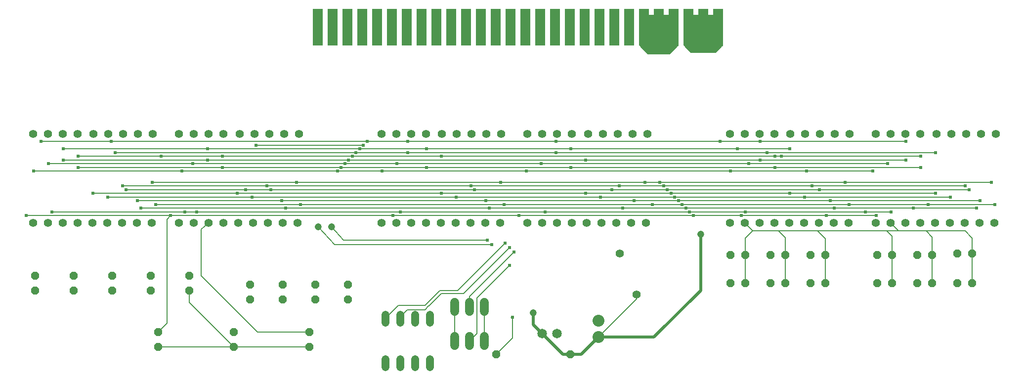
<source format=gbl>
G75*
%MOIN*%
%OFA0B0*%
%FSLAX25Y25*%
%IPPOS*%
%LPD*%
%AMOC8*
5,1,8,0,0,1.08239X$1,22.5*
%
%ADD10C,0.05600*%
%ADD11OC8,0.05200*%
%ADD12R,0.06500X0.25000*%
%ADD13C,0.05200*%
%ADD14C,0.06500*%
%ADD15C,0.08000*%
%ADD16C,0.05543*%
%ADD17C,0.06000*%
%ADD18C,0.01200*%
%ADD19C,0.02978*%
%ADD20C,0.04750*%
%ADD21C,0.02000*%
%ADD22C,0.00600*%
%ADD23C,0.02387*%
D10*
X0072948Y0174433D03*
X0082948Y0174433D03*
X0092948Y0174433D03*
X0102948Y0174433D03*
X0112948Y0174433D03*
X0122948Y0174433D03*
X0132948Y0174433D03*
X0142948Y0174433D03*
X0152948Y0174433D03*
X0171448Y0174433D03*
X0181448Y0174433D03*
X0191448Y0174433D03*
X0201448Y0174433D03*
X0211448Y0174433D03*
X0221448Y0174433D03*
X0231448Y0174433D03*
X0241448Y0174433D03*
X0251448Y0174433D03*
X0307948Y0174433D03*
X0317948Y0174433D03*
X0327948Y0174433D03*
X0337948Y0174433D03*
X0347948Y0174433D03*
X0357948Y0174433D03*
X0367948Y0174433D03*
X0377948Y0174433D03*
X0387948Y0174433D03*
X0406448Y0174433D03*
X0416448Y0174433D03*
X0426448Y0174433D03*
X0436448Y0174433D03*
X0446448Y0174433D03*
X0456448Y0174433D03*
X0466448Y0174433D03*
X0476448Y0174433D03*
X0486448Y0174433D03*
X0542948Y0174433D03*
X0552948Y0174433D03*
X0562948Y0174433D03*
X0572948Y0174433D03*
X0582948Y0174433D03*
X0592948Y0174433D03*
X0602948Y0174433D03*
X0612948Y0174433D03*
X0622948Y0174433D03*
X0641448Y0174433D03*
X0651448Y0174433D03*
X0661448Y0174433D03*
X0671448Y0174433D03*
X0681448Y0174433D03*
X0691448Y0174433D03*
X0701448Y0174433D03*
X0711448Y0174433D03*
X0721448Y0174433D03*
X0722236Y0234433D03*
X0712236Y0234433D03*
X0702236Y0234433D03*
X0692236Y0234433D03*
X0682236Y0234433D03*
X0671448Y0234433D03*
X0661448Y0234433D03*
X0651448Y0234433D03*
X0641448Y0234433D03*
X0623736Y0234433D03*
X0613736Y0234433D03*
X0603736Y0234433D03*
X0593736Y0234433D03*
X0583736Y0234433D03*
X0572948Y0234433D03*
X0562948Y0234433D03*
X0552948Y0234433D03*
X0542948Y0234433D03*
X0487236Y0234433D03*
X0477236Y0234433D03*
X0467236Y0234433D03*
X0457236Y0234433D03*
X0447236Y0234433D03*
X0436448Y0234433D03*
X0426448Y0234433D03*
X0416448Y0234433D03*
X0406448Y0234433D03*
X0388736Y0234433D03*
X0378736Y0234433D03*
X0368736Y0234433D03*
X0358736Y0234433D03*
X0348736Y0234433D03*
X0337948Y0234433D03*
X0327948Y0234433D03*
X0317948Y0234433D03*
X0307948Y0234433D03*
X0252236Y0234433D03*
X0242236Y0234433D03*
X0232236Y0234433D03*
X0222236Y0234433D03*
X0212236Y0234433D03*
X0201448Y0234433D03*
X0191448Y0234433D03*
X0181448Y0234433D03*
X0171448Y0234433D03*
X0153736Y0234433D03*
X0143736Y0234433D03*
X0133736Y0234433D03*
X0123736Y0234433D03*
X0113736Y0234433D03*
X0102948Y0234433D03*
X0092948Y0234433D03*
X0082948Y0234433D03*
X0072948Y0234433D03*
D11*
X0157342Y0090933D03*
X0157342Y0100933D03*
X0208342Y0100933D03*
X0208342Y0090933D03*
X0259342Y0090933D03*
X0259342Y0100933D03*
X0263342Y0122933D03*
X0285342Y0122933D03*
X0285342Y0132933D03*
X0263342Y0132933D03*
X0241342Y0132933D03*
X0219342Y0132933D03*
X0219342Y0122933D03*
X0241342Y0122933D03*
X0178342Y0128933D03*
X0178342Y0138933D03*
X0152342Y0138933D03*
X0152342Y0128933D03*
X0126342Y0128933D03*
X0126342Y0138933D03*
X0100342Y0138933D03*
X0100342Y0128933D03*
X0074342Y0128933D03*
X0074342Y0138933D03*
X0385342Y0085933D03*
X0435342Y0085933D03*
X0543342Y0133933D03*
X0553342Y0133933D03*
X0570342Y0133933D03*
X0580342Y0133933D03*
X0597342Y0133933D03*
X0607342Y0133933D03*
X0642342Y0133933D03*
X0652342Y0133933D03*
X0669342Y0133933D03*
X0679342Y0133933D03*
X0696342Y0133933D03*
X0706342Y0133933D03*
X0706342Y0153933D03*
X0696342Y0153933D03*
X0679342Y0152933D03*
X0669342Y0152933D03*
X0652342Y0152933D03*
X0642342Y0152933D03*
X0607342Y0152933D03*
X0597342Y0152933D03*
X0580342Y0152933D03*
X0570342Y0152933D03*
X0553342Y0152933D03*
X0543342Y0152933D03*
D12*
X0535092Y0306433D03*
X0525092Y0306433D03*
X0515092Y0306433D03*
X0505092Y0306433D03*
X0495092Y0306433D03*
X0485092Y0306433D03*
X0475092Y0306433D03*
X0465092Y0306433D03*
X0455092Y0306433D03*
X0445092Y0306433D03*
X0435092Y0306433D03*
X0425092Y0306433D03*
X0415092Y0306433D03*
X0405092Y0306433D03*
X0395092Y0306433D03*
X0385092Y0306433D03*
X0375092Y0306433D03*
X0365092Y0306433D03*
X0355092Y0306433D03*
X0345092Y0306433D03*
X0335092Y0306433D03*
X0325092Y0306433D03*
X0315092Y0306433D03*
X0305092Y0306433D03*
X0295092Y0306433D03*
X0285092Y0306433D03*
X0275092Y0306433D03*
X0265092Y0306433D03*
D13*
X0310542Y0112433D02*
X0310542Y0107233D01*
X0320542Y0107233D02*
X0320542Y0112433D01*
X0330542Y0112433D02*
X0330542Y0107233D01*
X0340542Y0107233D02*
X0340542Y0112433D01*
X0340542Y0082433D02*
X0340542Y0077233D01*
X0330542Y0077233D02*
X0330542Y0082433D01*
X0320542Y0082433D02*
X0320542Y0077233D01*
X0310542Y0077233D02*
X0310542Y0082433D01*
D14*
X0416342Y0099933D03*
X0426342Y0099933D03*
D15*
X0454342Y0097433D03*
X0454342Y0108433D03*
D16*
X0480067Y0126111D03*
X0468617Y0153755D03*
D17*
X0377342Y0120933D02*
X0377342Y0114933D01*
X0367342Y0114933D02*
X0367342Y0120933D01*
X0357342Y0120933D02*
X0357342Y0114933D01*
X0357342Y0097933D02*
X0357342Y0091933D01*
X0367342Y0091933D02*
X0367342Y0097933D01*
X0377342Y0097933D02*
X0377342Y0091933D01*
D18*
X0487842Y0288933D02*
X0482342Y0294433D01*
X0482342Y0314083D01*
X0507842Y0314083D01*
X0507842Y0294433D01*
X0502342Y0288933D01*
X0487842Y0288933D01*
X0487353Y0289422D02*
X0502831Y0289422D01*
X0504029Y0290620D02*
X0486154Y0290620D01*
X0484956Y0291819D02*
X0505228Y0291819D01*
X0506426Y0293017D02*
X0483757Y0293017D01*
X0482559Y0294216D02*
X0507625Y0294216D01*
X0507842Y0295414D02*
X0482342Y0295414D01*
X0482342Y0296613D02*
X0507842Y0296613D01*
X0507842Y0297812D02*
X0482342Y0297812D01*
X0482342Y0299010D02*
X0507842Y0299010D01*
X0507842Y0300209D02*
X0482342Y0300209D01*
X0482342Y0301407D02*
X0507842Y0301407D01*
X0507842Y0302606D02*
X0482342Y0302606D01*
X0482342Y0303804D02*
X0507842Y0303804D01*
X0507842Y0305003D02*
X0482342Y0305003D01*
X0482342Y0306201D02*
X0507842Y0306201D01*
X0507842Y0307400D02*
X0482342Y0307400D01*
X0482342Y0308598D02*
X0507842Y0308598D01*
X0507842Y0309797D02*
X0482342Y0309797D01*
X0482342Y0310995D02*
X0507842Y0310995D01*
X0507842Y0312194D02*
X0482342Y0312194D01*
X0482342Y0313392D02*
X0507842Y0313392D01*
X0512342Y0313392D02*
X0537842Y0313392D01*
X0537842Y0314083D02*
X0537842Y0294433D01*
X0533342Y0289933D01*
X0516842Y0289933D01*
X0512342Y0294433D01*
X0512342Y0314083D01*
X0537842Y0314083D01*
X0537842Y0312194D02*
X0512342Y0312194D01*
X0512342Y0310995D02*
X0537842Y0310995D01*
X0537842Y0309797D02*
X0512342Y0309797D01*
X0512342Y0308598D02*
X0537842Y0308598D01*
X0537842Y0307400D02*
X0512342Y0307400D01*
X0512342Y0306201D02*
X0537842Y0306201D01*
X0537842Y0305003D02*
X0512342Y0305003D01*
X0512342Y0303804D02*
X0537842Y0303804D01*
X0537842Y0302606D02*
X0512342Y0302606D01*
X0512342Y0301407D02*
X0537842Y0301407D01*
X0537842Y0300209D02*
X0512342Y0300209D01*
X0512342Y0299010D02*
X0537842Y0299010D01*
X0537842Y0297812D02*
X0512342Y0297812D01*
X0512342Y0296613D02*
X0537842Y0296613D01*
X0537842Y0295414D02*
X0512342Y0295414D01*
X0512559Y0294216D02*
X0537625Y0294216D01*
X0536426Y0293017D02*
X0513757Y0293017D01*
X0514956Y0291819D02*
X0535228Y0291819D01*
X0534029Y0290620D02*
X0516154Y0290620D01*
D19*
X0525342Y0290933D03*
X0494842Y0289933D03*
D20*
X0274342Y0171933D03*
X0265342Y0171933D03*
X0410342Y0113933D03*
X0523342Y0166933D03*
D21*
X0523342Y0128933D01*
X0491842Y0097433D01*
X0454342Y0097433D01*
X0442842Y0085933D01*
X0435342Y0085933D01*
X0430342Y0085933D01*
X0416342Y0099933D01*
X0410342Y0105933D01*
X0410342Y0113933D01*
D22*
X0396342Y0110933D02*
X0396342Y0096933D01*
X0385342Y0085933D01*
X0377342Y0094933D02*
X0377342Y0117933D01*
X0372342Y0123933D02*
X0394342Y0145933D01*
X0397342Y0154933D02*
X0367342Y0124933D01*
X0367342Y0117933D01*
X0357342Y0117933D02*
X0357342Y0094933D01*
X0367342Y0094933D02*
X0372342Y0099933D01*
X0372342Y0123933D01*
X0363342Y0126933D02*
X0348342Y0126933D01*
X0339967Y0118558D01*
X0339842Y0118433D01*
X0337342Y0115933D01*
X0325342Y0115933D01*
X0320542Y0111133D01*
X0320542Y0109833D01*
X0319442Y0118933D02*
X0310342Y0109833D01*
X0310542Y0109833D01*
X0319442Y0118933D02*
X0337342Y0118933D01*
X0347342Y0128933D01*
X0359342Y0128933D01*
X0391342Y0160933D01*
X0394342Y0157933D02*
X0363342Y0126933D01*
X0395342Y0110933D02*
X0396342Y0110933D01*
X0454342Y0097433D02*
X0480067Y0123158D01*
X0480067Y0126111D01*
X0553342Y0133933D02*
X0553342Y0152933D01*
X0553340Y0164025D01*
X0558348Y0169033D01*
X0552948Y0174433D01*
X0558348Y0169033D02*
X0575742Y0169033D01*
X0580342Y0164433D01*
X0580342Y0152933D01*
X0580342Y0133933D01*
X0607342Y0133933D02*
X0607342Y0152933D01*
X0607342Y0163833D01*
X0602142Y0169033D01*
X0575742Y0169033D01*
X0550842Y0179433D02*
X0608042Y0179433D01*
X0641842Y0179433D01*
X0634442Y0181933D02*
X0651842Y0181933D01*
X0666842Y0184433D02*
X0709342Y0184433D01*
X0721842Y0186933D02*
X0676742Y0186933D01*
X0623342Y0186933D01*
X0510842Y0186933D01*
X0490842Y0186933D01*
X0390842Y0186933D01*
X0253342Y0186933D01*
X0155842Y0186933D01*
X0145842Y0184433D02*
X0243342Y0184433D01*
X0380842Y0184433D01*
X0470842Y0184433D01*
X0513342Y0184433D01*
X0613342Y0184433D01*
X0666842Y0184433D01*
X0651448Y0174433D02*
X0656848Y0169033D01*
X0648842Y0169033D01*
X0652342Y0165533D01*
X0652342Y0152933D01*
X0652342Y0133933D01*
X0679342Y0133933D02*
X0679342Y0152933D01*
X0679342Y0164933D01*
X0675242Y0169033D01*
X0656848Y0169033D01*
X0648842Y0169033D02*
X0602142Y0169033D01*
X0634442Y0181933D02*
X0553342Y0181933D01*
X0515842Y0181933D01*
X0418342Y0181933D01*
X0320842Y0181933D01*
X0183342Y0181933D01*
X0175436Y0181933D01*
X0085842Y0181933D01*
X0068342Y0179433D02*
X0165842Y0179433D01*
X0163342Y0176933D01*
X0163342Y0106933D01*
X0157342Y0100933D01*
X0157342Y0090933D02*
X0208342Y0090933D01*
X0178342Y0120933D01*
X0178342Y0128933D01*
X0186342Y0138933D02*
X0224342Y0100933D01*
X0259342Y0100933D01*
X0259342Y0090933D02*
X0208342Y0090933D01*
X0186342Y0138933D02*
X0186342Y0170327D01*
X0191448Y0174433D01*
X0165842Y0179433D02*
X0315842Y0179433D01*
X0400842Y0179433D01*
X0518342Y0179433D01*
X0550842Y0179433D01*
X0583342Y0194433D02*
X0681842Y0194433D01*
X0691842Y0191933D02*
X0593342Y0191933D01*
X0505842Y0191933D01*
X0455842Y0191933D01*
X0358342Y0191933D01*
X0220842Y0191933D01*
X0123342Y0191933D01*
X0113342Y0194433D02*
X0210842Y0194433D01*
X0348342Y0194433D01*
X0445842Y0194433D01*
X0503342Y0194433D01*
X0583342Y0194433D01*
X0598342Y0199433D02*
X0701842Y0199433D01*
X0704342Y0196933D02*
X0603342Y0196933D01*
X0500842Y0196933D01*
X0463342Y0196933D01*
X0370842Y0196933D01*
X0233342Y0196933D01*
X0216342Y0196933D01*
X0135842Y0196933D01*
X0133342Y0199433D02*
X0230842Y0199433D01*
X0368342Y0199433D01*
X0468342Y0199433D01*
X0498342Y0199433D01*
X0598342Y0199433D01*
X0594542Y0209433D02*
X0639342Y0209433D01*
X0649342Y0214433D02*
X0555842Y0214433D01*
X0415842Y0214433D01*
X0318342Y0214433D01*
X0283342Y0214433D01*
X0180842Y0214433D01*
X0083342Y0214433D01*
X0093342Y0216933D02*
X0190842Y0216933D01*
X0285842Y0216933D01*
X0445842Y0216933D01*
X0563342Y0216933D01*
X0661842Y0216933D01*
X0671842Y0219433D02*
X0577742Y0219433D01*
X0573342Y0219433D01*
X0348342Y0219433D01*
X0288342Y0219433D01*
X0200842Y0219433D01*
X0159342Y0219433D01*
X0103342Y0219433D01*
X0103342Y0211933D02*
X0200842Y0211933D01*
X0280842Y0211933D01*
X0338342Y0211933D01*
X0435842Y0211933D01*
X0573342Y0211933D01*
X0671842Y0211933D01*
X0681842Y0221933D02*
X0568142Y0221933D01*
X0425842Y0221933D01*
X0325842Y0221933D01*
X0290842Y0221933D01*
X0128342Y0221933D01*
X0125842Y0229433D02*
X0078342Y0229433D01*
X0093342Y0224433D02*
X0190842Y0224433D01*
X0293342Y0224433D01*
X0338342Y0224433D01*
X0435842Y0224433D01*
X0548042Y0224433D01*
X0583342Y0224433D01*
X0563342Y0229433D02*
X0661842Y0229433D01*
X0620842Y0201933D02*
X0719342Y0201933D01*
X0711842Y0189433D02*
X0610842Y0189433D01*
X0508342Y0189433D01*
X0478342Y0189433D01*
X0378342Y0189433D01*
X0240842Y0189433D01*
X0143342Y0189433D01*
X0153342Y0201933D02*
X0250842Y0201933D01*
X0388342Y0201933D01*
X0485842Y0201933D01*
X0495842Y0201933D01*
X0620842Y0201933D01*
X0594542Y0209433D02*
X0543342Y0209433D01*
X0405842Y0209433D01*
X0308342Y0209433D01*
X0278342Y0209433D01*
X0173342Y0209433D01*
X0073342Y0209433D01*
X0125842Y0229433D02*
X0298342Y0229433D01*
X0325842Y0229433D01*
X0425842Y0229433D01*
X0536342Y0229433D01*
X0563342Y0229433D01*
X0675242Y0169033D02*
X0701642Y0169033D01*
X0706342Y0164333D01*
X0706342Y0153933D01*
X0706342Y0133933D01*
X0382398Y0159984D02*
X0381449Y0159933D01*
X0276342Y0159933D01*
X0265342Y0171933D01*
X0274342Y0171933D02*
X0282342Y0162933D01*
X0379342Y0162933D01*
X0295842Y0226933D02*
X0223342Y0226933D01*
D23*
X0223342Y0226933D03*
X0200842Y0219433D03*
X0200842Y0211933D03*
X0190842Y0216933D03*
X0180842Y0214433D03*
X0173342Y0209433D03*
X0159342Y0219433D03*
X0128342Y0221933D03*
X0125842Y0229433D03*
X0103342Y0219433D03*
X0093342Y0216933D03*
X0083342Y0214433D03*
X0073342Y0209433D03*
X0103342Y0211933D03*
X0093342Y0224433D03*
X0078342Y0229433D03*
X0133342Y0199433D03*
X0135842Y0196933D03*
X0143342Y0189433D03*
X0145842Y0184433D03*
X0155842Y0186933D03*
X0165842Y0179433D03*
X0175436Y0181933D03*
X0183342Y0181933D03*
X0210842Y0194433D03*
X0216342Y0196933D03*
X0220842Y0191933D03*
X0230842Y0199433D03*
X0233342Y0196933D03*
X0240842Y0189433D03*
X0243342Y0184433D03*
X0253342Y0186933D03*
X0250842Y0201933D03*
X0278342Y0209433D03*
X0280842Y0211933D03*
X0283342Y0214433D03*
X0285842Y0216933D03*
X0288342Y0219433D03*
X0290842Y0221933D03*
X0293342Y0224433D03*
X0295842Y0226933D03*
X0298342Y0229433D03*
X0318342Y0214433D03*
X0325842Y0221933D03*
X0338342Y0224433D03*
X0325842Y0229433D03*
X0348342Y0219433D03*
X0338342Y0211933D03*
X0308342Y0209433D03*
X0348342Y0194433D03*
X0358342Y0191933D03*
X0368342Y0199433D03*
X0370842Y0196933D03*
X0378342Y0189433D03*
X0390842Y0186933D03*
X0380842Y0184433D03*
X0400842Y0179433D03*
X0418342Y0181933D03*
X0445842Y0194433D03*
X0455842Y0191933D03*
X0463342Y0196933D03*
X0468342Y0199433D03*
X0485842Y0201933D03*
X0495842Y0201933D03*
X0498342Y0199433D03*
X0500842Y0196933D03*
X0503342Y0194433D03*
X0505842Y0191933D03*
X0508342Y0189433D03*
X0510842Y0186933D03*
X0513342Y0184433D03*
X0515842Y0181933D03*
X0518342Y0179433D03*
X0490842Y0186933D03*
X0478342Y0189433D03*
X0470842Y0184433D03*
X0435842Y0211933D03*
X0445842Y0216933D03*
X0435842Y0224433D03*
X0425842Y0221933D03*
X0425842Y0229433D03*
X0415842Y0214433D03*
X0405842Y0209433D03*
X0388342Y0201933D03*
X0320842Y0181933D03*
X0315842Y0179433D03*
X0379342Y0162933D03*
X0382398Y0159984D03*
X0391342Y0160933D03*
X0394342Y0157933D03*
X0397342Y0154933D03*
X0394342Y0145933D03*
X0396342Y0110933D03*
X0550842Y0179433D03*
X0553342Y0181933D03*
X0583342Y0194433D03*
X0593342Y0191933D03*
X0603342Y0196933D03*
X0598342Y0199433D03*
X0594542Y0209433D03*
X0577742Y0219433D03*
X0573342Y0219433D03*
X0568142Y0221933D03*
X0563342Y0216933D03*
X0555842Y0214433D03*
X0543342Y0209433D03*
X0573342Y0211933D03*
X0583342Y0224433D03*
X0563342Y0229433D03*
X0548042Y0224433D03*
X0536342Y0229433D03*
X0610842Y0189433D03*
X0613342Y0184433D03*
X0608042Y0179433D03*
X0623342Y0186933D03*
X0634442Y0181933D03*
X0641842Y0179433D03*
X0651842Y0181933D03*
X0666842Y0184433D03*
X0676742Y0186933D03*
X0691842Y0191933D03*
X0681842Y0194433D03*
X0701842Y0199433D03*
X0704342Y0196933D03*
X0711842Y0189433D03*
X0721842Y0186933D03*
X0709342Y0184433D03*
X0719342Y0201933D03*
X0681842Y0221933D03*
X0671842Y0219433D03*
X0661842Y0216933D03*
X0671842Y0211933D03*
X0649342Y0214433D03*
X0639342Y0209433D03*
X0620842Y0201933D03*
X0661842Y0229433D03*
X0190842Y0224433D03*
X0153342Y0201933D03*
X0123342Y0191933D03*
X0113342Y0194433D03*
X0085842Y0181933D03*
X0068342Y0179433D03*
M02*

</source>
